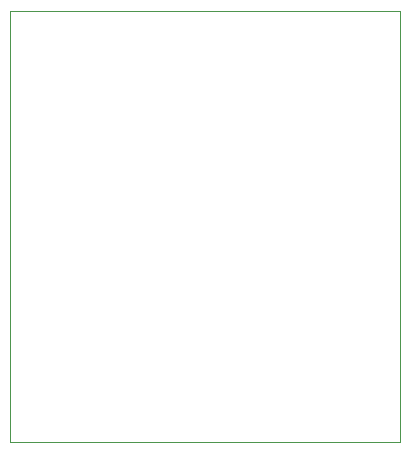
<source format=gbr>
%TF.GenerationSoftware,KiCad,Pcbnew,9.0.4*%
%TF.CreationDate,2025-10-05T21:59:59-04:00*%
%TF.ProjectId,Perpetuality,50657270-6574-4756-916c-6974792e6b69,rev?*%
%TF.SameCoordinates,Original*%
%TF.FileFunction,Profile,NP*%
%FSLAX46Y46*%
G04 Gerber Fmt 4.6, Leading zero omitted, Abs format (unit mm)*
G04 Created by KiCad (PCBNEW 9.0.4) date 2025-10-05 21:59:59*
%MOMM*%
%LPD*%
G01*
G04 APERTURE LIST*
%TA.AperFunction,Profile*%
%ADD10C,0.050000*%
%TD*%
G04 APERTURE END LIST*
D10*
X50500000Y-64000000D02*
X83500000Y-64000000D01*
X83500000Y-100500000D01*
X50500000Y-100500000D01*
X50500000Y-64000000D01*
M02*

</source>
